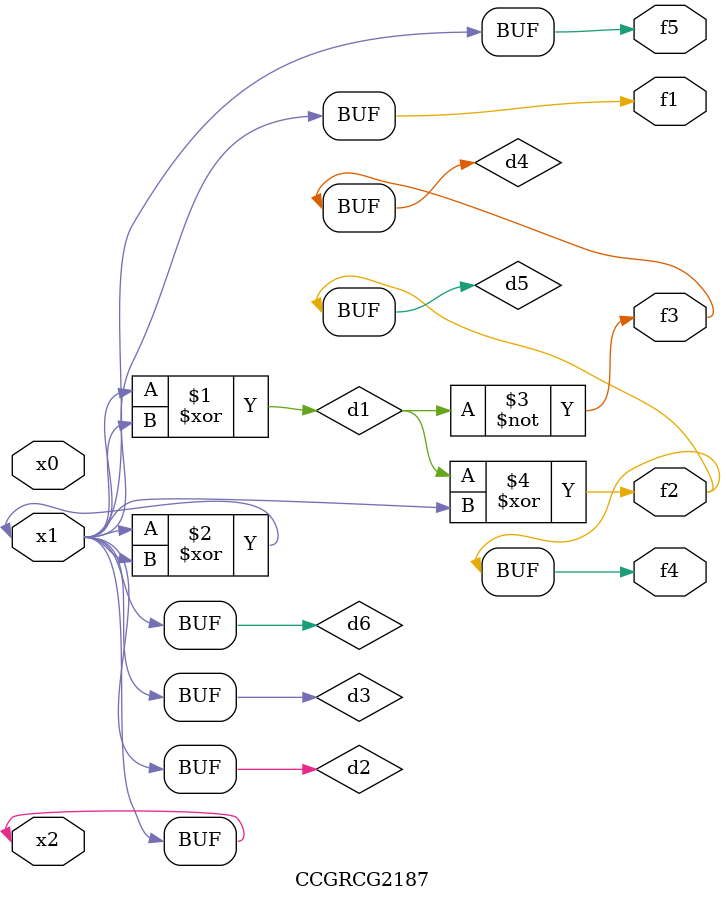
<source format=v>
module CCGRCG2187(
	input x0, x1, x2,
	output f1, f2, f3, f4, f5
);

	wire d1, d2, d3, d4, d5, d6;

	xor (d1, x1, x2);
	buf (d2, x1, x2);
	xor (d3, x1, x2);
	nor (d4, d1);
	xor (d5, d1, d2);
	buf (d6, d2, d3);
	assign f1 = d6;
	assign f2 = d5;
	assign f3 = d4;
	assign f4 = d5;
	assign f5 = d6;
endmodule

</source>
